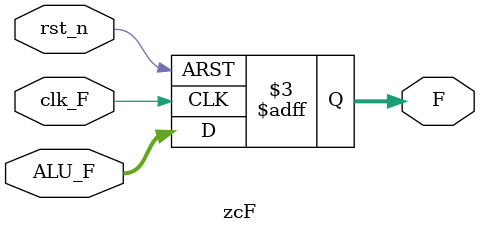
<source format=v>
`timescale 1ns / 1ps


module zcF(rst_n,ALU_F,clk_F,F);//FÔÝ´æÆ÷
   input rst_n;
   input [31:0]ALU_F;
   input clk_F;
   output reg [31:0]F;
   always@(negedge rst_n or posedge clk_F)
   begin 
      if(!rst_n)
         F<=32'b0;
      else
         F<=ALU_F;
   end
endmodule  

</source>
